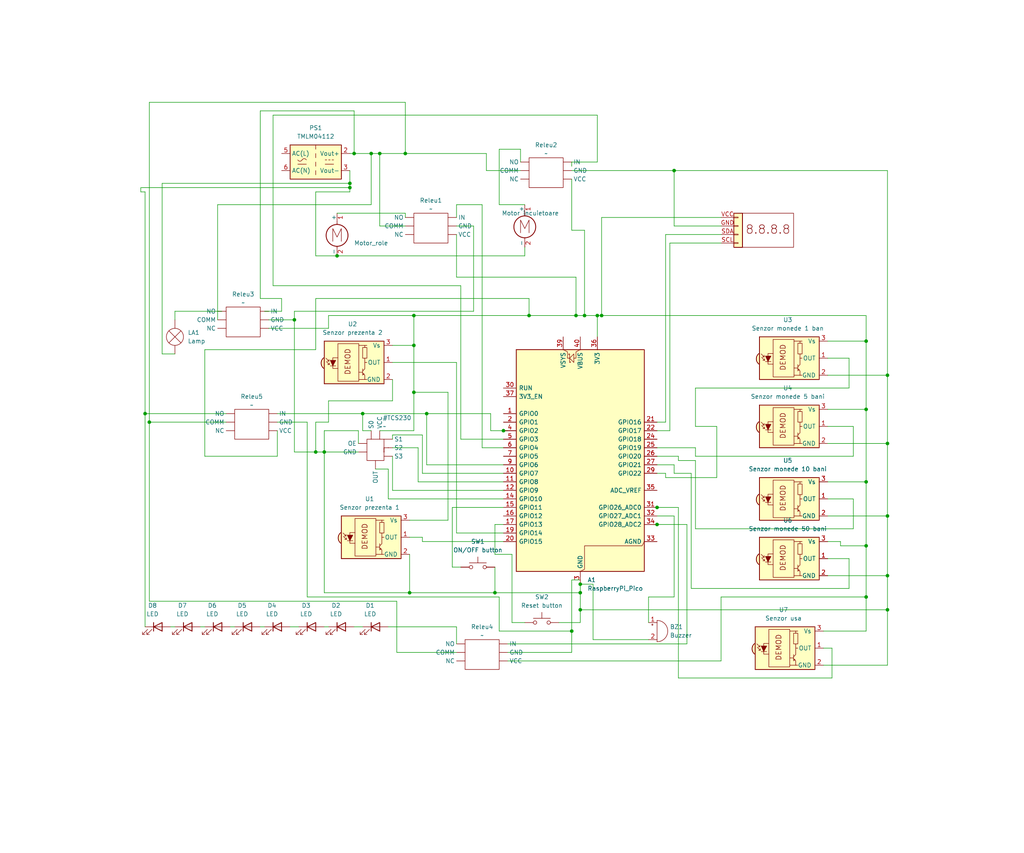
<source format=kicad_sch>
(kicad_sch (version 20250114) (generator "eeschema") (generator_version "9.0")
  (paper "User" 304.8 254)
  (title_block (date "2025-05-01"))
  (lib_symbols
    (symbol "Connector_Generic:Conn_01x04" (pin_names (offset 1.016) (hide yes))
      (symbol "Conn_01x04_0_1"
        (rectangle (start 1.27 3.81) (end 16.51 -6.35))
      )
      (symbol "Conn_01x04_1_1"
        (rectangle (start -1.27 3.81) (end 1.27 -6.35) (stroke (width 0.254)) (fill (type background)))
        (rectangle (start -1.27 2.667) (end 0 2.413) (stroke (width 0.1524)))
        (rectangle (start -1.27 0.127) (end 0 -0.127) (stroke (width 0.1524)))
        (rectangle (start -1.27 -2.413) (end 0 -2.667) (stroke (width 0.1524)))
        (rectangle (start -1.27 -4.953) (end 0 -5.207) (stroke (width 0.1524)))
        (text "8.8.8.8" (at 8.89 -1.016 0) (effects (font (size 2.54 2.54))))
        (pin passive line (at -5.08 2.54 0) (length 3.81) (name "Pin_1") (number "VCC"))
        (pin passive line (at -5.08 0 0) (length 3.81) (name "Pin_2") (number "GND"))
        (pin passive line (at -5.08 -2.54 0) (length 3.81) (name "Pin_3") (number "SDA"))
        (pin passive line (at -5.08 -5.08 0) (length 3.81) (name "Pin_4") (number "SCL"))
      )
    )
    (symbol "Converter_ACDC:TMLM04112"
      (property "Reference" "PS" (at 0 6.35 0))
      (property "Value" "TMLM04112" (at 0 -6.35 0))
      (symbol "TMLM04112_0_1"
        (rectangle (start -7.62 5.08) (end 7.62 -5.08) (stroke (width 0.254)) (fill (type background)))
        (polyline (pts (xy -5.334 -0.635) (xy -2.794 -0.635)))
        (arc (start -4.064 0.635) (mid -4.699 0.2495) (end -5.334 0.635))
        (arc (start -4.064 0.635) (mid -3.429 1.0072) (end -2.794 0.635))
        (polyline (pts (xy 0 5.08) (xy 0 3.81)))
        (polyline (pts (xy 0 2.54) (xy 0 1.27)))
        (polyline (pts (xy 0 0) (xy 0 -1.27)))
        (polyline (pts (xy 0 -2.54) (xy 0 -3.81)))
        (polyline (pts (xy 2.794 0.635) (xy 3.302 0.635)))
        (polyline (pts (xy 2.794 -0.635) (xy 5.334 -0.635)))
        (polyline (pts (xy 3.81 0.635) (xy 4.318 0.635)))
        (polyline (pts (xy 4.826 0.635) (xy 5.334 0.635)))
      )
      (symbol "TMLM04112_1_1"
        (pin power_in line (at -10.16 2.54 0) (length 2.54) (name "AC(L)") (number "5"))
        (pin power_in line (at -10.16 -2.54 0) (length 2.54) (name "AC(N)") (number "6"))
        (pin power_out line (at 10.16 2.54 180) (length 2.54) (name "Vout+") (number "2"))
        (pin power_out line (at 10.16 -2.54 180) (length 2.54) (name "Vout-") (number "3"))
      )
    )
    (symbol "Device:Buzzer" (pin_names (offset 0.0254) (hide yes))
      (property "Reference" "BZ" (at 3.81 1.27 0))
      (property "Value" "Buzzer" (at 3.81 -1.27 0))
      (symbol "Buzzer_0_1"
        (polyline (pts (xy -1.651 1.905) (xy -1.143 1.905)))
        (polyline (pts (xy -1.397 2.159) (xy -1.397 1.651)))
        (arc (start 0 3.175) (mid 3.1612 0) (end 0 -3.175))
        (polyline (pts (xy 0 3.175) (xy 0 -3.175)))
      )
      (symbol "Buzzer_1_1"
        (pin passive line (at -2.54 2.54 0) (length 2.54) (name "+") (number "1"))
        (pin passive line (at -2.54 -2.54 0) (length 2.54) (name "-") (number "2"))
      )
    )
    (symbol "Device:LED" (pin_numbers (hide yes)) (pin_names (offset 1.016) (hide yes))
      (property "Reference" "D" (at 0 2.54 0))
      (property "Value" "LED" (at 0 -2.54 0))
      (symbol "LED_0_1"
        (polyline (pts (xy -3.048 -0.762) (xy -4.572 -2.286) (xy -3.81 -2.286) (xy -4.572 -2.286) (xy -4.572 -1.524)))
        (polyline (pts (xy -1.778 -0.762) (xy -3.302 -2.286) (xy -2.54 -2.286) (xy -3.302 -2.286) (xy -3.302 -1.524)))
        (polyline (pts (xy -1.27 0) (xy 1.27 0)))
        (polyline (pts (xy -1.27 -1.27) (xy -1.27 1.27)) (stroke (width 0.254)))
        (polyline (pts (xy 1.27 -1.27) (xy 1.27 1.27) (xy -1.27 0) (xy 1.27 -1.27)) (stroke (width 0.254)))
      )
      (symbol "LED_1_1"
        (pin passive line (at -3.81 0 0) (length 2.54) (name "K") (number "1"))
        (pin passive line (at 3.81 0 180) (length 2.54) (name "A") (number "2"))
      )
    )
    (symbol "Device:Lamp" (pin_numbers (hide yes)) (pin_names (offset 0.0254) (hide yes))
      (property "Reference" "LA" (at 0.635 3.81 0))
      (property "Value" "Lamp" (at 0.635 -3.81 0))
      (symbol "Lamp_0_1"
        (polyline (pts (xy -1.778 1.778) (xy 1.778 -1.778)))
        (circle (center 0 0) (radius 2.54))
        (polyline (pts (xy 1.778 1.778) (xy -1.778 -1.778)))
      )
      (symbol "Lamp_1_1"
        (pin passive line (at 0 5.08 270) (length 2.54) (name "+") (number "2"))
        (pin passive line (at 0 -5.08 90) (length 2.54) (name "-") (number "1"))
      )
    )
    (symbol "MCU_Module:RaspberryPi_Pico" (pin_names (offset 0.762))
      (property "Reference" "A" (at -19.05 35.56 0))
      (property "Value" "RaspberryPi_Pico" (at 7.62 35.56 0))
      (symbol "RaspberryPi_Pico_0_1"
        (rectangle (start -19.05 34.29) (end 19.05 -31.75) (stroke (width 0.254)) (fill (type background)))
        (polyline (pts (xy -5.08 34.29) (xy -3.81 33.655) (xy -3.81 31.75) (xy -3.175 31.75)))
        (polyline (pts (xy -3.429 32.766) (xy -3.429 33.02) (xy -3.175 33.02) (xy -3.175 30.48) (xy -2.921 30.48) (xy -2.921 30.734)))
        (polyline (pts (xy -3.175 31.75) (xy -1.905 33.02) (xy -1.905 30.48) (xy -3.175 31.75)))
        (polyline (pts (xy 0 34.29) (xy -1.27 33.655) (xy -1.27 31.75) (xy -1.905 31.75)))
        (polyline (pts (xy 0 -31.75) (xy 1.27 -31.115) (xy 1.27 -24.13) (xy 18.415 -24.13) (xy 19.05 -22.86)))
      )
      (symbol "RaspberryPi_Pico_1_1"
        (pin passive line (at -22.86 22.86 0) (length 3.81) (name "RUN") (number "30"))
        (pin passive line (at -22.86 20.32 0) (length 3.81) (name "3V3_EN") (number "37"))
        (pin bidirectional line (at -22.86 15.24 0) (length 3.81) (name "GPIO0") (number "1"))
        (pin bidirectional line (at -22.86 12.7 0) (length 3.81) (name "GPIO1") (number "2"))
        (pin bidirectional line (at -22.86 10.16 0) (length 3.81) (name "GPIO2") (number "4"))
        (pin bidirectional line (at -22.86 7.62 0) (length 3.81) (name "GPIO3") (number "5"))
        (pin bidirectional line (at -22.86 5.08 0) (length 3.81) (name "GPIO4") (number "6"))
        (pin bidirectional line (at -22.86 2.54 0) (length 3.81) (name "GPIO5") (number "7"))
        (pin bidirectional line (at -22.86 0 0) (length 3.81) (name "GPIO6") (number "9"))
        (pin bidirectional line (at -22.86 -2.54 0) (length 3.81) (name "GPIO7") (number "10"))
        (pin bidirectional line (at -22.86 -5.08 0) (length 3.81) (name "GPIO8") (number "11"))
        (pin bidirectional line (at -22.86 -7.62 0) (length 3.81) (name "GPIO9") (number "12"))
        (pin bidirectional line (at -22.86 -10.16 0) (length 3.81) (name "GPIO10") (number "14"))
        (pin bidirectional line (at -22.86 -12.7 0) (length 3.81) (name "GPIO11") (number "15"))
        (pin bidirectional line (at -22.86 -15.24 0) (length 3.81) (name "GPIO12") (number "16"))
        (pin bidirectional line (at -22.86 -17.78 0) (length 3.81) (name "GPIO13") (number "17"))
        (pin bidirectional line (at -22.86 -20.32 0) (length 3.81) (name "GPIO14") (number "19"))
        (pin bidirectional line (at -22.86 -22.86 0) (length 3.81) (name "GPIO15") (number "20"))
        (pin power_in line (at -5.08 38.1 270) (length 3.81) (name "VSYS") (number "39"))
        (pin power_out line (at 0 38.1 270) (length 3.81) (name "VBUS") (number "40"))
        (pin passive line (at 0 -35.56 90) (length 3.81) (hide yes) (name "GND") (number "13"))
        (pin passive line (at 0 -35.56 90) (length 3.81) (hide yes) (name "GND") (number "18"))
        (pin passive line (at 0 -35.56 90) (length 3.81) (hide yes) (name "GND") (number "23"))
        (pin passive line (at 0 -35.56 90) (length 3.81) (hide yes) (name "GND") (number "28"))
        (pin power_out line (at 0 -35.56 90) (length 3.81) (name "GND") (number "3"))
        (pin passive line (at 0 -35.56 90) (length 3.81) (hide yes) (name "GND") (number "38"))
        (pin passive line (at 0 -35.56 90) (length 3.81) (hide yes) (name "GND") (number "8"))
        (pin power_out line (at 5.08 38.1 270) (length 3.81) (name "3V3") (number "36"))
        (pin bidirectional line (at 22.86 12.7 180) (length 3.81) (name "GPIO16") (number "21"))
        (pin bidirectional line (at 22.86 10.16 180) (length 3.81) (name "GPIO17") (number "22"))
        (pin bidirectional line (at 22.86 7.62 180) (length 3.81) (name "GPIO18") (number "24"))
        (pin bidirectional line (at 22.86 5.08 180) (length 3.81) (name "GPIO19") (number "25"))
        (pin bidirectional line (at 22.86 2.54 180) (length 3.81) (name "GPIO20") (number "26"))
        (pin bidirectional line (at 22.86 0 180) (length 3.81) (name "GPIO21") (number "27"))
        (pin bidirectional line (at 22.86 -2.54 180) (length 3.81) (name "GPIO22") (number "29"))
        (pin power_in line (at 22.86 -7.62 180) (length 3.81) (name "ADC_VREF") (number "35"))
        (pin bidirectional line (at 22.86 -12.7 180) (length 3.81) (name "GPIO26_ADC0") (number "31"))
        (pin bidirectional line (at 22.86 -15.24 180) (length 3.81) (name "GPIO27_ADC1") (number "32"))
        (pin bidirectional line (at 22.86 -17.78 180) (length 3.81) (name "GPIO28_ADC2") (number "34"))
        (pin power_out line (at 22.86 -22.86 180) (length 3.81) (name "AGND") (number "33"))
      )
    )
    (symbol "Motor:Motor_DC" (pin_names (offset 0))
      (property "Reference" "M" (at 2.54 2.54 0))
      (property "Value" "Motor_DC" (at 2.54 -5.08 0))
      (symbol "Motor_DC_0_0"
        (polyline (pts (xy -1.27 -3.302) (xy -1.27 0.508) (xy 0 -2.032) (xy 1.27 0.508) (xy 1.27 -3.302)))
      )
      (symbol "Motor_DC_0_1"
        (polyline (pts (xy 0 2.032) (xy 0 2.54)))
        (polyline (pts (xy 0 1.7272) (xy 0 2.0828)))
        (circle (center 0 -1.524) (radius 3.2512) (stroke (width 0.254)))
        (polyline (pts (xy 0 -4.7752) (xy 0 -5.1816)))
        (polyline (pts (xy 0 -7.62) (xy 0 -7.112)))
      )
      (symbol "Motor_DC_1_1"
        (pin passive line (at 0 5.08 270) (length 2.54) (name "+") (number "1"))
        (pin passive line (at 0 -7.62 90) (length 2.54) (name "-") (number "2"))
      )
    )
    (symbol "Releu3:_1"
      (property "Reference" "Releu" (at 0 0 0))
      (symbol "_1_0_1"
        (rectangle (start -5.08 3.81) (end 5.08 -5.08))
      )
      (symbol "_1_1_1"
        (pin output line (at -5.08 2.54 180) (length 2.54) (name "NO") (number ""))
        (pin output line (at -5.08 0 180) (length 2.54) (name "COMM") (number ""))
        (pin output line (at -5.08 -2.54 180) (length 2.54) (name "NC") (number ""))
        (pin input line (at 5.08 2.54 0) (length 2.54) (name "IN") (number ""))
        (pin input line (at 5.08 0 0) (length 2.54) (name "GND") (number ""))
        (pin input line (at 5.08 -2.54 0) (length 2.54) (name "VCC") (number ""))
      )
    )
    (symbol "Sensor_Proximity:TSSP58038" (pin_names (offset 1.016))
      (property "Reference" "U" (at -10.16 7.62 0))
      (property "Value" "TSSP58038" (at -10.16 -7.62 0))
      (symbol "TSSP58038_0_0"
        (arc (start -10.287 -1.778) (mid -11.0899 -0.1905) (end -10.287 1.397) (stroke (width 0.254)) (fill (type background)))
        (polyline (pts (xy 1.905 5.08) (xy 0.127 5.08)))
        (polyline (pts (xy 1.905 -5.08) (xy 0.127 -5.08)))
        (text "DEMOD" (at -3.175 0.254 900) (effects (font (size 1.524 1.524))))
      )
      (symbol "TSSP58038_0_1"
        (polyline (pts (xy -8.763 0.381) (xy -9.652 1.27)))
        (polyline (pts (xy -8.763 0.381) (xy -9.271 0.381)))
        (polyline (pts (xy -8.763 0.381) (xy -8.763 0.889)))
        (polyline (pts (xy -8.636 -0.635) (xy -9.525 0.254)))
        (polyline (pts (xy -8.636 -0.635) (xy -9.144 -0.635)))
        (polyline (pts (xy -8.636 -0.635) (xy -8.636 -0.127)))
        (polyline (pts (xy -8.382 0.635) (xy -6.731 0.635) (xy -7.62 -1.016) (xy -8.382 0.635)) (fill (type outline)))
        (polyline (pts (xy -8.382 -1.016) (xy -6.731 -1.016)))
        (rectangle (start -6.096 5.588) (end 0.127 -5.588))
        (polyline (pts (xy -6.096 1.397) (xy -7.62 1.397) (xy -7.62 -1.778) (xy -6.096 -1.778)))
        (polyline (pts (xy 1.27 -1.905) (xy 1.27 -3.81)))
        (polyline (pts (xy 1.27 -2.54) (xy 1.905 -1.905) (xy 1.905 0) (xy 2.54 0)))
        (polyline (pts (xy 1.27 -2.921) (xy 0.127 -2.921)))
        (polyline (pts (xy 1.27 -3.175) (xy 1.905 -3.81) (xy 1.905 -5.08) (xy 2.54 -5.08)))
        (polyline (pts (xy 1.397 -3.556) (xy 1.524 -3.556)))
        (polyline (pts (xy 1.651 -3.556) (xy 1.524 -3.556)))
        (polyline (pts (xy 1.651 -3.556) (xy 1.651 -3.302)))
        (polyline (pts (xy 1.905 4.445) (xy 1.905 5.08) (xy 2.54 5.08)))
        (polyline (pts (xy 1.905 0) (xy 1.905 1.27)))
        (rectangle (start 2.54 1.27) (end 1.27 4.445))
        (rectangle (start 7.62 6.35) (end -10.16 -6.35) (stroke (width 0.254)) (fill (type background)))
      )
      (symbol "TSSP58038_1_1"
        (pin power_in line (at 10.16 5.08 180) (length 2.54) (name "Vs") (number "3"))
        (pin output line (at 10.16 0 180) (length 2.54) (name "OUT") (number "1"))
        (pin power_in line (at 10.16 -5.08 180) (length 2.54) (name "GND") (number "2"))
      )
    )
    (symbol "Senzor_culoare:_1" (power) (in_bom no) (on_board no)
      (property "Reference" "A" (at 0 0 0))
      (symbol "_1_0_1"
        (rectangle (start -2.54 2.54) (end 2.54 -3.81))
        (rectangle (start 2.54 -1.27) (end 2.54 0))
        (rectangle (start 2.54 -1.27) (end 2.54 -1.27))
        (rectangle (start 2.54 -1.27) (end 2.54 -1.27))
        (rectangle (start 2.54 -1.27) (end 2.54 -1.27))
        (rectangle (start 2.54 -1.27) (end 2.54 -1.27))
        (rectangle (start 2.54 -1.27) (end 2.54 -1.27))
        (rectangle (start 2.54 -1.27) (end 2.54 -1.27))
        (rectangle (start 2.54 -1.27) (end 2.54 -1.27))
        (rectangle (start 3.81 0) (end 3.81 0))
        (rectangle (start 3.81 0) (end 3.81 0))
      )
      (symbol "_1_1_1"
        (pin input line (at -2.54 1.27 180) (length 2.54) (name "OE") (number ""))
        (pin output line (at -2.54 -1.27 180) (length 2.54) (name "GND") (number ""))
        (pin input line (at -1.27 2.54 90) (length 2.54) (name "S0") (number ""))
        (pin output line (at 0 -3.81 270) (length 2.54) (name "OUT") (number ""))
        (pin output line (at 1.27 2.54 90) (length 2.54) (name "VCC") (number ""))
        (pin input line (at 2.54 2.54 0) (length 2.54) (name "S1") (number ""))
        (pin input line (at 2.54 0 0) (length 2.54) (name "S2") (number ""))
        (pin input line (at 2.54 -2.54 0) (length 2.54) (name "S3") (number ""))
      )
    )
    (symbol "Switch:SW_Push" (pin_numbers (hide yes)) (pin_names (offset 1.016) (hide yes))
      (property "Reference" "SW" (at 1.27 2.54 0))
      (property "Value" "SW_Push" (at 0 -1.524 0))
      (symbol "SW_Push_0_1"
        (circle (center -2.032 0) (radius 0.508))
        (polyline (pts (xy 0 1.27) (xy 0 3.048)))
        (circle (center 2.032 0) (radius 0.508))
        (polyline (pts (xy 2.54 1.27) (xy -2.54 1.27)))
        (pin passive line (at -5.08 0 0) (length 2.54) (name "1") (number "1"))
        (pin passive line (at 5.08 0 180) (length 2.54) (name "2") (number "2"))
      )
    )
    (symbol "_1_1"
      (property "Reference" "Releu" (at 0 0 0))
      (symbol "_1_1_0_1"
        (rectangle (start -5.08 3.81) (end 5.08 -5.08))
      )
      (symbol "_1_1_1_1"
        (pin output line (at -5.08 2.54 180) (length 2.54) (name "NO") (number ""))
        (pin output line (at -5.08 0 180) (length 2.54) (name "COMM") (number ""))
        (pin output line (at -5.08 -2.54 180) (length 2.54) (name "NC") (number ""))
        (pin input line (at 5.08 2.54 0) (length 2.54) (name "IN") (number ""))
        (pin input line (at 5.08 0 0) (length 2.54) (name "GND") (number ""))
        (pin input line (at 5.08 -2.54 0) (length 2.54) (name "VCC") (number ""))
      )
    )
    (symbol "_1_2"
      (property "Reference" "Releu" (at 0 0 0))
      (symbol "_1_2_0_1"
        (rectangle (start -5.08 3.81) (end 5.08 -5.08))
      )
      (symbol "_1_2_1_1"
        (pin output line (at -5.08 2.54 180) (length 2.54) (name "NO") (number ""))
        (pin output line (at -5.08 0 180) (length 2.54) (name "COMM") (number ""))
        (pin output line (at -5.08 -2.54 180) (length 2.54) (name "NC") (number ""))
        (pin input line (at 5.08 2.54 0) (length 2.54) (name "IN") (number ""))
        (pin input line (at 5.08 0 0) (length 2.54) (name "GND") (number ""))
        (pin input line (at 5.08 -2.54 0) (length 2.54) (name "VCC") (number ""))
      )
    )
    (symbol "_1_3"
      (property "Reference" "Releu" (at 0 0 0))
      (symbol "_1_3_0_1"
        (rectangle (start -5.08 3.81) (end 5.08 -5.08))
      )
      (symbol "_1_3_1_1"
        (pin output line (at -5.08 2.54 180) (length 2.54) (name "NO") (number ""))
        (pin output line (at -5.08 0 180) (length 2.54) (name "COMM") (number ""))
        (pin output line (at -5.08 -2.54 180) (length 2.54) (name "NC") (number ""))
        (pin input line (at 5.08 2.54 0) (length 2.54) (name "IN") (number ""))
        (pin input line (at 5.08 0 0) (length 2.54) (name "GND") (number ""))
        (pin input line (at 5.08 -2.54 0) (length 2.54) (name "VCC") (number ""))
      )
    )
    (symbol "_1_4"
      (property "Reference" "Releu" (at 0 0 0))
      (symbol "_1_4_0_1"
        (rectangle (start -5.08 3.81) (end 5.08 -5.08))
      )
      (symbol "_1_4_1_1"
        (pin output line (at -5.08 2.54 180) (length 2.54) (name "NO") (number ""))
        (pin output line (at -5.08 0 180) (length 2.54) (name "COMM") (number ""))
        (pin output line (at -5.08 -2.54 180) (length 2.54) (name "NC") (number ""))
        (pin input line (at 5.08 2.54 0) (length 2.54) (name "IN") (number ""))
        (pin input line (at 5.08 0 0) (length 2.54) (name "GND") (number ""))
        (pin input line (at 5.08 -2.54 0) (length 2.54) (name "VCC") (number ""))
      )
    )
  )
  (junction (at 264.16 181.61))
  (junction (at 200.66 50.8))
  (junction (at 257.81 121.92))
  (junction (at 195.58 156.21))
  (junction (at 100.33 76.2))
  (junction (at 257.81 162.56))
  (junction (at 43.18 123.19))
  (junction (at 179.07 93.98))
  (junction (at 110.49 45.72))
  (junction (at 257.81 143.51))
  (junction (at 149.86 128.27))
  (junction (at 172.72 176.53))
  (junction (at 171.45 93.98))
  (junction (at 257.81 101.6))
  (junction (at 257.81 177.8))
  (junction (at 264.16 111.76))
  (junction (at 113.03 45.72))
  (junction (at 123.19 93.98))
  (junction (at 147.32 176.53))
  (junction (at 127 123.19))
  (junction (at 93.98 134.62))
  (junction (at 96.52 134.62))
  (junction (at 107.95 123.19))
  (junction (at 195.58 151.13))
  (junction (at 264.16 153.67))
  (junction (at 173.99 93.98))
  (junction (at 172.72 173.99))
  (junction (at 177.8 93.98))
  (junction (at 172.72 181.61))
  (junction (at 120.65 45.72))
  (junction (at 264.16 132.08))
  (junction (at 123.19 116.84))
  (junction (at 264.16 171.45))
  (junction (at 104.14 54.61))
  (junction (at 87.63 95.25))
  (junction (at 121.92 176.53))
  (junction (at 44.45 125.73))
  (junction (at 104.14 55.88))
  (junction (at 157.48 93.98))
  (junction (at 123.19 102.87))
  (junction (at 105.41 45.72))
  (junction (at 170.18 187.96))
  (wire (pts (xy 135.89 107.95) (xy 135.89 158.75)))
  (wire (pts (xy 115.57 186.69) (xy 135.89 186.69)))
  (wire (pts (xy 118.11 194.31) (xy 135.89 194.31)))
  (wire (pts (xy 41.91 57.15) (xy 43.18 57.15)))
  (wire (pts (xy 96.52 134.62) (xy 96.52 176.53)))
  (wire (pts (xy 172.72 181.61) (xy 264.16 181.61)))
  (wire (pts (xy 254 157.48) (xy 207.01 157.48)))
  (wire (pts (xy 48.26 105.41) (xy 48.26 54.61)))
  (wire (pts (xy 207.01 133.35) (xy 195.58 133.35)))
  (wire (pts (xy 80.01 95.25) (xy 87.63 95.25)))
  (wire (pts (xy 148.59 60.96) (xy 156.21 60.96)))
  (wire (pts (xy 52.07 105.41) (xy 48.26 105.41)))
  (wire (pts (xy 252.73 175.26) (xy 252.73 166.37)))
  (wire (pts (xy 59.69 186.69) (xy 60.96 186.69)))
  (wire (pts (xy 172.72 176.53) (xy 172.72 181.61)))
  (wire (pts (xy 198.12 140.97) (xy 195.58 140.97)))
  (wire (pts (xy 245.11 198.12) (xy 264.16 198.12)))
  (wire (pts (xy 245.11 193.04) (xy 247.65 193.04)))
  (wire (pts (xy 106.68 128.27) (xy 96.52 128.27)))
  (wire (pts (xy 195.58 156.21) (xy 204.47 156.21)))
  (wire (pts (xy 213.36 142.24) (xy 198.12 142.24)))
  (wire (pts (xy 105.41 186.69) (xy 107.95 186.69)))
  (wire (pts (xy 195.58 128.27) (xy 199.39 128.27)))
  (wire (pts (xy 140.97 92.71) (xy 87.63 92.71)))
  (wire (pts (xy 124.46 133.35) (xy 124.46 143.51)))
  (wire (pts (xy 195.58 135.89) (xy 201.93 135.89)))
  (wire (pts (xy 151.13 191.77) (xy 204.47 191.77)))
  (wire (pts (xy 195.58 153.67) (xy 200.66 153.67)))
  (wire (pts (xy 91.44 125.73) (xy 91.44 177.8)))
  (wire (pts (xy 97.79 125.73) (xy 93.98 125.73)))
  (wire (pts (xy 144.78 45.72) (xy 144.78 50.8)))
  (wire (pts (xy 96.52 134.62) (xy 106.68 134.62)))
  (wire (pts (xy 198.12 69.85) (xy 198.12 125.73)))
  (wire (pts (xy 172.72 173.99) (xy 172.72 176.53)))
  (wire (pts (xy 127 138.43) (xy 149.86 138.43)))
  (wire (pts (xy 214.63 67.31) (xy 200.66 67.31)))
  (wire (pts (xy 44.45 30.48) (xy 44.45 125.73)))
  (wire (pts (xy 82.55 125.73) (xy 91.44 125.73)))
  (wire (pts (xy 121.92 154.94) (xy 133.35 154.94)))
  (wire (pts (xy 171.45 82.55) (xy 171.45 93.98)))
  (wire (pts (xy 207.01 127) (xy 213.36 127)))
  (wire (pts (xy 246.38 143.51) (xy 257.81 143.51)))
  (wire (pts (xy 83.82 88.9) (xy 83.82 92.71)))
  (wire (pts (xy 247.65 201.93) (xy 201.93 201.93)))
  (wire (pts (xy 205.74 175.26) (xy 252.73 175.26)))
  (wire (pts (xy 264.16 171.45) (xy 264.16 181.61)))
  (wire (pts (xy 113.03 67.31) (xy 120.65 67.31)))
  (wire (pts (xy 207.01 115.57) (xy 207.01 127)))
  (wire (pts (xy 246.38 166.37) (xy 252.73 166.37)))
  (wire (pts (xy 201.93 137.16) (xy 201.93 135.89)))
  (wire (pts (xy 104.14 54.61) (xy 104.14 55.88)))
  (wire (pts (xy 252.73 115.57) (xy 207.01 115.57)))
  (wire (pts (xy 207.01 135.89) (xy 207.01 133.35)))
  (wire (pts (xy 120.65 30.48) (xy 120.65 45.72)))
  (wire (pts (xy 125.73 140.97) (xy 149.86 140.97)))
  (wire (pts (xy 97.79 97.79) (xy 97.79 93.98)))
  (wire (pts (xy 127 123.19) (xy 127 138.43)))
  (wire (pts (xy 77.47 88.9) (xy 83.82 88.9)))
  (wire (pts (xy 157.48 88.9) (xy 157.48 93.98)))
  (wire (pts (xy 104.14 54.61) (xy 104.14 50.8)))
  (wire (pts (xy 41.91 55.88) (xy 104.14 55.88)))
  (wire (pts (xy 257.81 121.92) (xy 257.81 143.51)))
  (wire (pts (xy 146.05 128.27) (xy 149.86 128.27)))
  (wire (pts (xy 147.32 165.1) (xy 152.4 165.1)))
  (wire (pts (xy 43.18 123.19) (xy 43.18 186.69)))
  (wire (pts (xy 170.18 53.34) (xy 170.18 68.58)))
  (wire (pts (xy 116.84 119.38) (xy 97.79 119.38)))
  (wire (pts (xy 60.96 104.14) (xy 93.98 104.14)))
  (wire (pts (xy 96.52 128.27) (xy 96.52 134.62)))
  (wire (pts (xy 135.89 69.85) (xy 135.89 82.55)))
  (wire (pts (xy 93.98 76.2) (xy 93.98 57.15)))
  (wire (pts (xy 105.41 33.02) (xy 77.47 33.02)))
  (wire (pts (xy 44.45 30.48) (xy 120.65 30.48)))
  (wire (pts (xy 152.4 185.42) (xy 156.21 185.42)))
  (wire (pts (xy 96.52 186.69) (xy 97.79 186.69)))
  (wire (pts (xy 156.21 76.2) (xy 156.21 73.66)))
  (wire (pts (xy 198.12 142.24) (xy 198.12 140.97)))
  (wire (pts (xy 176.53 190.5) (xy 176.53 173.99)))
  (wire (pts (xy 100.33 63.5) (xy 120.65 63.5)))
  (wire (pts (xy 123.19 102.87) (xy 123.19 93.98)))
  (wire (pts (xy 173.99 93.98) (xy 177.8 93.98)))
  (wire (pts (xy 93.98 134.62) (xy 96.52 134.62)))
  (wire (pts (xy 254 148.59) (xy 254 157.48)))
  (wire (pts (xy 207.01 157.48) (xy 207.01 137.16)))
  (wire (pts (xy 125.73 129.54) (xy 125.73 140.97)))
  (wire (pts (xy 179.07 64.77) (xy 179.07 93.98)))
  (wire (pts (xy 177.8 48.26) (xy 170.18 48.26)))
  (wire (pts (xy 170.18 194.31) (xy 170.18 187.96)))
  (wire (pts (xy 264.16 132.08) (xy 264.16 153.67)))
  (wire (pts (xy 264.16 50.8) (xy 264.16 111.76)))
  (wire (pts (xy 149.86 156.21) (xy 147.32 156.21)))
  (wire (pts (xy 116.84 102.87) (xy 123.19 102.87)))
  (wire (pts (xy 200.66 177.8) (xy 193.04 177.8)))
  (wire (pts (xy 67.31 123.19) (xy 43.18 123.19)))
  (wire (pts (xy 250.19 161.29) (xy 250.19 162.56)))
  (wire (pts (xy 154.94 44.45) (xy 148.59 44.45)))
  (wire (pts (xy 246.38 171.45) (xy 264.16 171.45)))
  (wire (pts (xy 134.62 168.91) (xy 137.16 168.91)))
  (wire (pts (xy 176.53 173.99) (xy 172.72 173.99)))
  (wire (pts (xy 52.07 92.71) (xy 66.04 92.71)))
  (wire (pts (xy 116.84 129.54) (xy 125.73 129.54)))
  (wire (pts (xy 177.8 34.29) (xy 177.8 48.26)))
  (wire (pts (xy 123.19 93.98) (xy 157.48 93.98)))
  (wire (pts (xy 116.84 107.95) (xy 135.89 107.95)))
  (wire (pts (xy 41.91 57.15) (xy 41.91 55.88)))
  (wire (pts (xy 116.84 130.81) (xy 116.84 129.54)))
  (wire (pts (xy 121.92 160.02) (xy 125.73 160.02)))
  (wire (pts (xy 67.31 125.73) (xy 44.45 125.73)))
  (wire (pts (xy 246.38 121.92) (xy 257.81 121.92)))
  (wire (pts (xy 135.89 82.55) (xy 171.45 82.55)))
  (wire (pts (xy 104.14 55.88) (xy 104.14 57.15)))
  (wire (pts (xy 107.95 128.27) (xy 107.95 123.19)))
  (wire (pts (xy 264.16 111.76) (xy 264.16 132.08)))
  (wire (pts (xy 80.01 97.79) (xy 97.79 97.79)))
  (wire (pts (xy 43.18 57.15) (xy 43.18 123.19)))
  (wire (pts (xy 254 127) (xy 254 135.89)))
  (wire (pts (xy 52.07 95.25) (xy 52.07 92.71)))
  (wire (pts (xy 106.68 132.08) (xy 106.68 128.27)))
  (wire (pts (xy 87.63 92.71) (xy 87.63 95.25)))
  (wire (pts (xy 110.49 45.72) (xy 110.49 60.96)))
  (wire (pts (xy 148.59 187.96) (xy 170.18 187.96)))
  (wire (pts (xy 195.58 138.43) (xy 200.66 138.43)))
  (wire (pts (xy 149.86 128.27) (xy 151.13 128.27)))
  (wire (pts (xy 125.73 161.29) (xy 149.86 161.29)))
  (wire (pts (xy 147.32 176.53) (xy 172.72 176.53)))
  (wire (pts (xy 143.51 60.96) (xy 143.51 133.35)))
  (wire (pts (xy 97.79 119.38) (xy 97.79 125.73)))
  (wire (pts (xy 123.19 116.84) (xy 133.35 116.84)))
  (wire (pts (xy 115.57 139.7) (xy 115.57 148.59)))
  (wire (pts (xy 48.26 54.61) (xy 104.14 54.61)))
  (wire (pts (xy 104.14 45.72) (xy 105.41 45.72)))
  (wire (pts (xy 177.8 93.98) (xy 177.8 100.33)))
  (wire (pts (xy 110.49 45.72) (xy 113.03 45.72)))
  (wire (pts (xy 214.63 177.8) (xy 257.81 177.8)))
  (wire (pts (xy 93.98 88.9) (xy 157.48 88.9)))
  (wire (pts (xy 195.58 151.13) (xy 201.93 151.13)))
  (wire (pts (xy 82.55 128.27) (xy 82.55 135.89)))
  (wire (pts (xy 111.76 139.7) (xy 115.57 139.7)))
  (wire (pts (xy 207.01 135.89) (xy 254 135.89)))
  (wire (pts (xy 113.03 45.72) (xy 113.03 67.31)))
  (wire (pts (xy 149.86 151.13) (xy 134.62 151.13)))
  (wire (pts (xy 64.77 95.25) (xy 64.77 60.96)))
  (wire (pts (xy 148.59 44.45) (xy 148.59 60.96)))
  (wire (pts (xy 257.81 162.56) (xy 257.81 177.8)))
  (wire (pts (xy 213.36 127) (xy 213.36 142.24)))
  (wire (pts (xy 200.66 140.97) (xy 205.74 140.97)))
  (wire (pts (xy 91.44 177.8) (xy 148.59 177.8)))
  (wire (pts (xy 78.74 92.71) (xy 83.82 92.71)))
  (wire (pts (xy 137.16 130.81) (xy 149.86 130.81)))
  (wire (pts (xy 105.41 45.72) (xy 110.49 45.72)))
  (wire (pts (xy 77.47 186.69) (xy 78.74 186.69)))
  (wire (pts (xy 194.31 156.21) (xy 195.58 156.21)))
  (wire (pts (xy 171.45 93.98) (xy 173.99 93.98)))
  (wire (pts (xy 148.59 177.8) (xy 148.59 187.96)))
  (wire (pts (xy 81.28 34.29) (xy 81.28 85.09)))
  (wire (pts (xy 116.84 133.35) (xy 124.46 133.35)))
  (wire (pts (xy 170.18 48.26) (xy 170.18 49.53)))
  (wire (pts (xy 146.05 123.19) (xy 146.05 128.27)))
  (wire (pts (xy 170.18 50.8) (xy 200.66 50.8)))
  (wire (pts (xy 247.65 193.04) (xy 247.65 201.93)))
  (wire (pts (xy 134.62 151.13) (xy 134.62 168.91)))
  (wire (pts (xy 81.28 85.09) (xy 137.16 85.09)))
  (wire (pts (xy 124.46 143.51) (xy 149.86 143.51)))
  (wire (pts (xy 127 123.19) (xy 146.05 123.19)))
  (wire (pts (xy 246.38 132.08) (xy 264.16 132.08)))
  (wire (pts (xy 151.13 196.85) (xy 214.63 196.85)))
  (wire (pts (xy 194.31 151.13) (xy 195.58 151.13)))
  (wire (pts (xy 144.78 50.8) (xy 154.94 50.8)))
  (wire (pts (xy 246.38 127) (xy 254 127)))
  (wire (pts (xy 198.12 125.73) (xy 195.58 125.73)))
  (wire (pts (xy 204.47 191.77) (xy 204.47 156.21)))
  (wire (pts (xy 87.63 95.25) (xy 87.63 134.62)))
  (wire (pts (xy 123.19 128.27) (xy 123.19 116.84)))
  (wire (pts (xy 123.19 116.84) (xy 123.19 102.87)))
  (wire (pts (xy 77.47 33.02) (xy 77.47 88.9)))
  (wire (pts (xy 166.37 185.42) (xy 172.72 185.42)))
  (wire (pts (xy 133.35 154.94) (xy 133.35 116.84)))
  (wire (pts (xy 246.38 101.6) (xy 257.81 101.6)))
  (wire (pts (xy 120.65 45.72) (xy 144.78 45.72)))
  (wire (pts (xy 105.41 45.72) (xy 105.41 33.02)))
  (wire (pts (xy 264.16 153.67) (xy 264.16 171.45)))
  (wire (pts (xy 140.97 67.31) (xy 140.97 92.71)))
  (wire (pts (xy 93.98 76.2) (xy 100.33 76.2)))
  (wire (pts (xy 96.52 176.53) (xy 121.92 176.53)))
  (wire (pts (xy 172.72 185.42) (xy 172.72 181.61)))
  (wire (pts (xy 60.96 135.89) (xy 60.96 104.14)))
  (wire (pts (xy 97.79 93.98) (xy 123.19 93.98)))
  (wire (pts (xy 93.98 104.14) (xy 93.98 88.9)))
  (wire (pts (xy 93.98 125.73) (xy 93.98 134.62)))
  (wire (pts (xy 147.32 168.91) (xy 147.32 176.53)))
  (wire (pts (xy 257.81 177.8) (xy 257.81 187.96)))
  (wire (pts (xy 143.51 60.96) (xy 135.89 60.96)))
  (wire (pts (xy 107.95 123.19) (xy 127 123.19)))
  (wire (pts (xy 252.73 106.68) (xy 252.73 115.57)))
  (wire (pts (xy 152.4 165.1) (xy 152.4 185.42)))
  (wire (pts (xy 149.86 133.35) (xy 143.51 133.35)))
  (wire (pts (xy 82.55 123.19) (xy 107.95 123.19)))
  (wire (pts (xy 246.38 153.67) (xy 264.16 153.67)))
  (wire (pts (xy 173.99 68.58) (xy 173.99 93.98)))
  (wire (pts (xy 137.16 85.09) (xy 137.16 130.81)))
  (wire (pts (xy 50.8 186.69) (xy 52.07 186.69)))
  (wire (pts (xy 82.55 135.89) (xy 60.96 135.89)))
  (wire (pts (xy 250.19 162.56) (xy 257.81 162.56)))
  (wire (pts (xy 214.63 69.85) (xy 198.12 69.85)))
  (wire (pts (xy 116.84 135.89) (xy 116.84 146.05)))
  (wire (pts (xy 118.11 194.31) (xy 118.11 179.07)))
  (wire (pts (xy 200.66 138.43) (xy 200.66 140.97)))
  (wire (pts (xy 199.39 72.39) (xy 214.63 72.39)))
  (wire (pts (xy 207.01 137.16) (xy 201.93 137.16)))
  (wire (pts (xy 116.84 146.05) (xy 149.86 146.05)))
  (wire (pts (xy 177.8 93.98) (xy 179.07 93.98)))
  (wire (pts (xy 214.63 196.85) (xy 214.63 177.8)))
  (wire (pts (xy 193.04 190.5) (xy 176.53 190.5)))
  (wire (pts (xy 100.33 76.2) (xy 156.21 76.2)))
  (wire (pts (xy 135.89 186.69) (xy 135.89 191.77)))
  (wire (pts (xy 81.28 34.29) (xy 177.8 34.29)))
  (wire (pts (xy 257.81 143.51) (xy 257.81 162.56)))
  (wire (pts (xy 125.73 160.02) (xy 125.73 161.29)))
  (wire (pts (xy 110.49 128.27) (xy 107.95 128.27)))
  (wire (pts (xy 246.38 111.76) (xy 264.16 111.76)))
  (wire (pts (xy 257.81 101.6) (xy 257.81 121.92)))
  (wire (pts (xy 170.18 68.58) (xy 173.99 68.58)))
  (wire (pts (xy 135.89 60.96) (xy 135.89 64.77)))
  (wire (pts (xy 246.38 161.29) (xy 250.19 161.29)))
  (wire (pts (xy 147.32 156.21) (xy 147.32 165.1)))
  (wire (pts (xy 245.11 187.96) (xy 257.81 187.96)))
  (wire (pts (xy 113.03 45.72) (xy 120.65 45.72)))
  (wire (pts (xy 121.92 176.53) (xy 147.32 176.53)))
  (wire (pts (xy 201.93 201.93) (xy 201.93 151.13)))
  (wire (pts (xy 68.58 186.69) (xy 69.85 186.69)))
  (wire (pts (xy 205.74 140.97) (xy 205.74 175.26)))
  (wire (pts (xy 257.81 93.98) (xy 257.81 101.6)))
  (wire (pts (xy 115.57 148.59) (xy 149.86 148.59)))
  (wire (pts (xy 170.18 172.72) (xy 172.72 172.72)))
  (wire (pts (xy 246.38 148.59) (xy 254 148.59)))
  (wire (pts (xy 157.48 93.98) (xy 171.45 93.98)))
  (wire (pts (xy 264.16 198.12) (xy 264.16 181.61)))
  (wire (pts (xy 246.38 106.68) (xy 252.73 106.68)))
  (wire (pts (xy 93.98 57.15) (xy 104.14 57.15)))
  (wire (pts (xy 116.84 113.03) (xy 116.84 119.38)))
  (wire (pts (xy 200.66 50.8) (xy 264.16 50.8)))
  (wire (pts (xy 214.63 64.77) (xy 179.07 64.77)))
  (wire (pts (xy 120.65 63.5) (xy 120.65 64.77)))
  (wire (pts (xy 64.77 60.96) (xy 110.49 60.96)))
  (wire (pts (xy 113.03 128.27) (xy 123.19 128.27)))
  (wire (pts (xy 154.94 48.26) (xy 154.94 44.45)))
  (wire (pts (xy 199.39 72.39) (xy 199.39 128.27)))
  (wire (pts (xy 170.18 187.96) (xy 170.18 172.72)))
  (wire (pts (xy 200.66 67.31) (xy 200.66 50.8)))
  (wire (pts (xy 193.04 177.8) (xy 193.04 185.42)))
  (wire (pts (xy 135.89 158.75) (xy 149.86 158.75)))
  (wire (pts (xy 179.07 93.98) (xy 257.81 93.98)))
  (wire (pts (xy 44.45 125.73) (xy 44.45 179.07)))
  (wire (pts (xy 135.89 67.31) (xy 140.97 67.31)))
  (wire (pts (xy 87.63 134.62) (xy 93.98 134.62)))
  (wire (pts (xy 86.36 186.69) (xy 88.9 186.69)))
  (wire (pts (xy 151.13 194.31) (xy 170.18 194.31)))
  (wire (pts (xy 118.11 179.07) (xy 44.45 179.07)))
  (wire (pts (xy 200.66 153.67) (xy 200.66 177.8)))
  (wire (pts (xy 121.92 165.1) (xy 121.92 176.53)))
  (symbol (lib_id "Device:LED") (at 82.55 186.69 0) (unit 1)
    (property "Reference" "D4" (at 80.9625 180.34 0))
    (property "Value" "LED" (at 80.9625 182.88 0))
    (property "Description" "Light emitting diode" (effects (hide yes)))
    (property "Sim.Pins" "1=K 2=A" (effects (hide yes)))
  )
  (symbol (lib_id "Connector_Generic:Conn_01x04") (at 219.71 67.31 0) (unit 1)
    (property "Reference" "J1" (effects (hide yes)))
    (property "Value" "Conn_01x04" (effects (hide yes)))
    (property "Description" "Generic connector, single row, 01x04, script generated (kicad-library-utils/schlib/autogen/connector/)" (effects (hide yes)))
  )
  (symbol (lib_name "_1_3") (lib_id "Releu3:_1") (at 143.51 194.31 0) (unit 1)
    (property "Reference" "Releu4" (at 143.51 186.69 0))
    (property "Value" "~" (at 143.51 189.23 0))
  )
  (symbol (lib_id "Converter_ACDC:TMLM04112") (at 93.98 48.26 0) (unit 1)
    (property "Reference" "PS1" (at 93.98 38.1 0))
    (property "Value" "TMLM04112" (at 93.98 40.64 0))
    (property "Footprint" "Converter_ACDC:Converter_ACDC_TRACO_TMLM-04_THT" (effects (hide yes)))
    (property "Datasheet" "https://www.tracopower.com/products/tmlm.pdf" (effects (hide yes)))
    (property "Description" "12V 333mA AC/DC low noise power module" (effects (hide yes)))
  )
  (symbol (lib_id "Device:LED") (at 55.88 186.69 0) (unit 1)
    (property "Reference" "D7" (at 54.2925 180.34 0))
    (property "Value" "LED" (at 54.2925 182.88 0))
    (property "Description" "Light emitting diode" (effects (hide yes)))
    (property "Sim.Pins" "1=K 2=A" (effects (hide yes)))
  )
  (symbol (lib_id "Sensor_Proximity:TSSP58038") (at 236.22 166.37 0) (unit 1)
    (property "Reference" "U6" (at 234.485 154.94 0))
    (property "Value" "Senzor monede 50 bani" (at 234.485 157.48 0))
    (property "Footprint" "OptoDevice:Vishay_MINICAST-3Pin" (effects (hide yes)))
    (property "Datasheet" "http://www.vishay.com/docs/82476/tssp58p38.pdf" (effects (hide yes)))
    (property "Description" "IR Detector for Mid Range Proximity Sensor" (effects (hide yes)))
  )
  (symbol (lib_id "Sensor_Proximity:TSSP58038") (at 236.22 106.68 0) (unit 1)
    (property "Reference" "U3" (at 234.485 95.25 0))
    (property "Value" "Senzor monede 1 ban" (at 234.485 97.79 0))
    (property "Footprint" "OptoDevice:Vishay_MINICAST-3Pin" (effects (hide yes)))
    (property "Datasheet" "http://www.vishay.com/docs/82476/tssp58p38.pdf" (effects (hide yes)))
    (property "Description" "IR Detector for Mid Range Proximity Sensor" (effects (hide yes)))
  )
  (symbol (lib_id "Motor:Motor_DC") (at 100.33 68.58 0) (unit 1)
    (property "Reference" "M1" (effects (hide yes)))
    (property "Value" "Motor_role" (at 105.41 72.3899 0) (effects (justify left)))
    (property "Description" "DC Motor" (effects (hide yes)))
  )
  (symbol (lib_id "Device:Lamp") (at 52.07 100.33 0) (unit 1)
    (property "Reference" "LA1" (at 55.88 99.0599 0) (effects (justify left)))
    (property "Value" "Lamp" (at 55.88 101.5999 0) (effects (justify left)))
    (property "Description" "Lamp" (effects (hide yes)))
  )
  (symbol (lib_name "_1_4") (lib_id "Releu3:_1") (at 74.93 125.73 0) (unit 1)
    (property "Reference" "Releu5" (at 74.93 118.11 0))
    (property "Value" "~" (at 74.93 120.65 0))
  )
  (symbol (lib_name "_1_1") (lib_id "Releu3:_1") (at 162.56 50.8 0) (unit 1)
    (property "Reference" "Releu2" (at 162.56 43.18 0))
    (property "Value" "~" (at 162.56 45.72 0))
  )
  (symbol (lib_id "Device:LED") (at 64.77 186.69 0) (unit 1)
    (property "Reference" "D6" (at 63.1825 180.34 0))
    (property "Value" "LED" (at 63.1825 182.88 0))
    (property "Description" "Light emitting diode" (effects (hide yes)))
    (property "Sim.Pins" "1=K 2=A" (effects (hide yes)))
  )
  (symbol (lib_id "Sensor_Proximity:TSSP58038") (at 234.95 193.04 0) (unit 1)
    (property "Reference" "U7" (at 233.215 181.61 0))
    (property "Value" "Senzor usa" (at 233.215 184.15 0))
    (property "Footprint" "OptoDevice:Vishay_MINICAST-3Pin" (effects (hide yes)))
    (property "Datasheet" "http://www.vishay.com/docs/82476/tssp58p38.pdf" (effects (hide yes)))
    (property "Description" "IR Detector for Mid Range Proximity Sensor" (effects (hide yes)))
  )
  (symbol (lib_id "Senzor_culoare:_1") (at 111.76 133.35 0) (unit 1) (in_bom no) (on_board no)
    (property "Reference" "#TCS230" (at 113.9033 124.46 0) (effects (justify left)))
    (property "Value" "~" (at 113.9033 127 0) (effects (justify left)))
  )
  (symbol (lib_id "Device:LED") (at 101.6 186.69 0) (unit 1)
    (property "Reference" "D2" (at 100.0125 180.34 0))
    (property "Value" "LED" (at 100.0125 182.88 0))
    (property "Description" "Light emitting diode" (effects (hide yes)))
    (property "Sim.Pins" "1=K 2=A" (effects (hide yes)))
  )
  (symbol (lib_id "Motor:Motor_DC") (at 156.21 66.04 0) (unit 1)
    (property "Reference" "M2" (effects (hide yes)))
    (property "Value" "Motor incuietoare" (at 149.352 63.5 0) (effects (justify left)))
    (property "Description" "DC Motor" (effects (hide yes)))
  )
  (symbol (lib_id "Sensor_Proximity:TSSP58038") (at 236.22 148.59 0) (unit 1)
    (property "Reference" "U5" (at 234.485 137.16 0))
    (property "Value" "Senzor monede 10 bani" (at 234.485 139.7 0))
    (property "Footprint" "OptoDevice:Vishay_MINICAST-3Pin" (effects (hide yes)))
    (property "Datasheet" "http://www.vishay.com/docs/82476/tssp58p38.pdf" (effects (hide yes)))
    (property "Description" "IR Detector for Mid Range Proximity Sensor" (effects (hide yes)))
  )
  (symbol (lib_id "Sensor_Proximity:TSSP58038") (at 111.76 160.02 0) (unit 1)
    (property "Reference" "U1" (at 110.025 148.59 0))
    (property "Value" "Senzor prezenta 1" (at 110.025 151.13 0))
    (property "Footprint" "OptoDevice:Vishay_MINICAST-3Pin" (effects (hide yes)))
    (property "Datasheet" "http://www.vishay.com/docs/82476/tssp58p38.pdf" (effects (hide yes)))
    (property "Description" "IR Detector for Mid Range Proximity Sensor" (effects (hide yes)))
  )
  (symbol (lib_id "MCU_Module:RaspberryPi_Pico") (at 172.72 138.43 0) (unit 1)
    (property "Reference" "A1" (at 174.8633 172.72 0) (effects (justify left)))
    (property "Value" "RaspberryPi_Pico" (at 174.8633 175.26 0) (effects (justify left)))
    (property "Footprint" "Module:RaspberryPi_Pico_Common_Unspecified" (effects (hide yes)))
    (property "Datasheet" "https://datasheets.raspberrypi.com/pico/pico-datasheet.pdf" (effects (hide yes)))
    (property "Description" "Versatile and inexpensive microcontroller module powered by RP2040 dual-core Arm Cortex-M0+ processor up to 133 MHz, 264kB SRAM, 2MB QSPI flash; also supports Raspberry Pi Pico 2" (effects (hide yes)))
  )
  (symbol (lib_id "Switch:SW_Push") (at 161.29 185.42 0) (unit 1)
    (property "Reference" "SW2" (at 161.29 177.8 0))
    (property "Value" "Reset button" (at 161.29 180.34 0))
    (property "Description" "Push button switch, generic, two pins" (effects (hide yes)))
  )
  (symbol (lib_id "Device:Buzzer") (at 195.58 187.96 0) (unit 1)
    (property "Reference" "BZ1" (at 199.39 186.6899 0) (effects (justify left)))
    (property "Value" "Buzzer" (at 199.39 189.2299 0) (effects (justify left)))
    (property "Description" "Buzzer, polarized" (effects (hide yes)))
  )
  (symbol (lib_id "Device:LED") (at 92.71 186.69 0) (unit 1)
    (property "Reference" "D3" (at 91.1225 180.34 0))
    (property "Value" "LED" (at 91.1225 182.88 0))
    (property "Description" "Light emitting diode" (effects (hide yes)))
    (property "Sim.Pins" "1=K 2=A" (effects (hide yes)))
  )
  (symbol (lib_name "_1_2") (lib_id "Releu3:_1") (at 72.39 95.25 0) (unit 1)
    (property "Reference" "Releu3" (at 72.39 87.63 0))
    (property "Value" "~" (at 72.39 90.17 0))
  )
  (symbol (lib_id "Device:LED") (at 111.76 186.69 0) (unit 1)
    (property "Reference" "D1" (at 110.1725 180.34 0))
    (property "Value" "LED" (at 110.1725 182.88 0))
    (property "Description" "Light emitting diode" (effects (hide yes)))
    (property "Sim.Pins" "1=K 2=A" (effects (hide yes)))
  )
  (symbol (lib_id "Sensor_Proximity:TSSP58038") (at 236.22 127 0) (unit 1)
    (property "Reference" "U4" (at 234.485 115.57 0))
    (property "Value" "Senzor monede 5 bani" (at 234.485 118.11 0))
    (property "Footprint" "OptoDevice:Vishay_MINICAST-3Pin" (effects (hide yes)))
    (property "Datasheet" "http://www.vishay.com/docs/82476/tssp58p38.pdf" (effects (hide yes)))
    (property "Description" "IR Detector for Mid Range Proximity Sensor" (effects (hide yes)))
  )
  (symbol (lib_id "Device:LED") (at 73.66 186.69 0) (unit 1)
    (property "Reference" "D5" (at 72.0725 180.34 0))
    (property "Value" "LED" (at 72.0725 182.88 0))
    (property "Description" "Light emitting diode" (effects (hide yes)))
    (property "Sim.Pins" "1=K 2=A" (effects (hide yes)))
  )
  (symbol (lib_id "Switch:SW_Push") (at 142.24 168.91 0) (unit 1)
    (property "Reference" "SW1" (at 142.24 161.29 0))
    (property "Value" "ON/OFF button" (at 142.24 163.83 0))
    (property "Description" "Push button switch, generic, two pins" (effects (hide yes)))
  )
  (symbol (lib_id "Device:LED") (at 46.99 186.69 0) (unit 1)
    (property "Reference" "D8" (at 45.4025 180.34 0))
    (property "Value" "LED" (at 45.4025 182.88 0))
    (property "Description" "Light emitting diode" (effects (hide yes)))
    (property "Sim.Pins" "1=K 2=A" (effects (hide yes)))
  )
  (symbol (lib_id "Releu3:_1") (at 128.27 67.31 0) (unit 1)
    (property "Reference" "Releu1" (at 128.27 59.69 0))
    (property "Value" "~" (at 128.27 62.23 0))
  )
  (symbol (lib_id "Sensor_Proximity:TSSP58038") (at 106.68 107.95 0) (unit 1)
    (property "Reference" "U2" (at 104.945 96.52 0))
    (property "Value" "Senzor prezenta 2" (at 104.945 99.06 0))
    (property "Footprint" "OptoDevice:Vishay_MINICAST-3Pin" (effects (hide yes)))
    (property "Datasheet" "http://www.vishay.com/docs/82476/tssp58p38.pdf" (effects (hide yes)))
    (property "Description" "IR Detector for Mid Range Proximity Sensor" (effects (hide yes)))
  )
)
</source>
